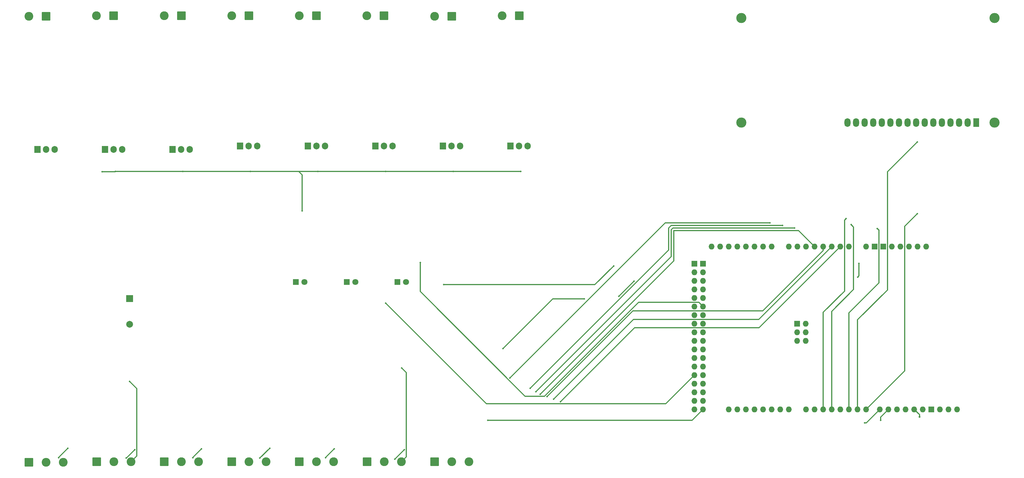
<source format=gbr>
%TF.GenerationSoftware,KiCad,Pcbnew,9.0.7*%
%TF.CreationDate,2026-01-24T11:24:44+03:00*%
%TF.ProjectId,greywater-fed hydroponic system,67726579-7761-4746-9572-2d6665642068,rev?*%
%TF.SameCoordinates,Original*%
%TF.FileFunction,Copper,L2,Bot*%
%TF.FilePolarity,Positive*%
%FSLAX46Y46*%
G04 Gerber Fmt 4.6, Leading zero omitted, Abs format (unit mm)*
G04 Created by KiCad (PCBNEW 9.0.7) date 2026-01-24 11:24:44*
%MOMM*%
%LPD*%
G01*
G04 APERTURE LIST*
G04 Aperture macros list*
%AMRoundRect*
0 Rectangle with rounded corners*
0 $1 Rounding radius*
0 $2 $3 $4 $5 $6 $7 $8 $9 X,Y pos of 4 corners*
0 Add a 4 corners polygon primitive as box body*
4,1,4,$2,$3,$4,$5,$6,$7,$8,$9,$2,$3,0*
0 Add four circle primitives for the rounded corners*
1,1,$1+$1,$2,$3*
1,1,$1+$1,$4,$5*
1,1,$1+$1,$6,$7*
1,1,$1+$1,$8,$9*
0 Add four rect primitives between the rounded corners*
20,1,$1+$1,$2,$3,$4,$5,0*
20,1,$1+$1,$4,$5,$6,$7,0*
20,1,$1+$1,$6,$7,$8,$9,0*
20,1,$1+$1,$8,$9,$2,$3,0*%
G04 Aperture macros list end*
%TA.AperFunction,ComponentPad*%
%ADD10R,2.000000X2.000000*%
%TD*%
%TA.AperFunction,ComponentPad*%
%ADD11C,2.000000*%
%TD*%
%TA.AperFunction,ComponentPad*%
%ADD12RoundRect,0.250000X-1.050000X-1.050000X1.050000X-1.050000X1.050000X1.050000X-1.050000X1.050000X0*%
%TD*%
%TA.AperFunction,ComponentPad*%
%ADD13C,2.600000*%
%TD*%
%TA.AperFunction,ComponentPad*%
%ADD14R,1.800000X1.800000*%
%TD*%
%TA.AperFunction,ComponentPad*%
%ADD15C,1.800000*%
%TD*%
%TA.AperFunction,ComponentPad*%
%ADD16RoundRect,0.250000X1.050000X1.050000X-1.050000X1.050000X-1.050000X-1.050000X1.050000X-1.050000X0*%
%TD*%
%TA.AperFunction,ComponentPad*%
%ADD17R,1.905000X2.000000*%
%TD*%
%TA.AperFunction,ComponentPad*%
%ADD18O,1.905000X2.000000*%
%TD*%
%TA.AperFunction,ComponentPad*%
%ADD19O,1.727200X1.727200*%
%TD*%
%TA.AperFunction,ComponentPad*%
%ADD20R,1.727200X1.727200*%
%TD*%
%TA.AperFunction,ComponentPad*%
%ADD21C,3.000000*%
%TD*%
%TA.AperFunction,ComponentPad*%
%ADD22R,1.800000X2.600000*%
%TD*%
%TA.AperFunction,ComponentPad*%
%ADD23O,1.800000X2.600000*%
%TD*%
%TA.AperFunction,ViaPad*%
%ADD24C,0.500000*%
%TD*%
%TA.AperFunction,ViaPad*%
%ADD25C,0.600000*%
%TD*%
%TA.AperFunction,Conductor*%
%ADD26C,0.300000*%
%TD*%
G04 APERTURE END LIST*
D10*
%TO.P,BZ1,1,+*%
%TO.N,Net-(BZ1-+)*%
X101750000Y-142200000D03*
D11*
%TO.P,BZ1,2,-*%
%TO.N,GND*%
X101750000Y-149800000D03*
%TD*%
D12*
%TO.P,J15,1,Pin_1*%
%TO.N,Net-(J10-Pin_1)*%
X71915000Y-190672500D03*
D13*
%TO.P,J15,2,Pin_2*%
%TO.N,Net-(J15-Pin_2)*%
X76995000Y-190672500D03*
%TO.P,J15,3,Pin_3*%
%TO.N,GND*%
X82075000Y-190672500D03*
%TD*%
D12*
%TO.P,J11,1,Pin_1*%
%TO.N,Net-(J10-Pin_1)*%
X152000000Y-190500000D03*
D13*
%TO.P,J11,2,Pin_2*%
%TO.N,Net-(J11-Pin_2)*%
X157080000Y-190500000D03*
%TO.P,J11,3,Pin_3*%
%TO.N,GND*%
X162160000Y-190500000D03*
%TD*%
D14*
%TO.P,D2,1,K*%
%TO.N,Net-(D2-K)*%
X150960000Y-137250000D03*
D15*
%TO.P,D2,2,A*%
%TO.N,Net-(D2-A)*%
X153500000Y-137250000D03*
%TD*%
D12*
%TO.P,J13,1,Pin_1*%
%TO.N,Net-(J10-Pin_1)*%
X112000000Y-190500000D03*
D13*
%TO.P,J13,2,Pin_2*%
%TO.N,Net-(J13-Pin_2)*%
X117080000Y-190500000D03*
%TO.P,J13,3,Pin_3*%
%TO.N,GND*%
X122160000Y-190500000D03*
%TD*%
D12*
%TO.P,J12,1,Pin_1*%
%TO.N,Net-(J10-Pin_1)*%
X132000000Y-190500000D03*
D13*
%TO.P,J12,2,Pin_2*%
%TO.N,Net-(J12-Pin_2)*%
X137080000Y-190500000D03*
%TO.P,J12,3,Pin_3*%
%TO.N,GND*%
X142160000Y-190500000D03*
%TD*%
D16*
%TO.P,J1,1,Pin_1*%
%TO.N,Net-(J1-Pin_1)*%
X77000000Y-58500000D03*
D13*
%TO.P,J1,2,Pin_2*%
%TO.N,+12V*%
X71920000Y-58500000D03*
%TD*%
D17*
%TO.P,Q1,1,G*%
%TO.N,Net-(Q1-G)*%
X74460000Y-97950000D03*
D18*
%TO.P,Q1,2,D*%
%TO.N,Net-(J1-Pin_1)*%
X77000000Y-97950000D03*
%TO.P,Q1,3,S*%
%TO.N,GND*%
X79540000Y-97950000D03*
%TD*%
D14*
%TO.P,D1,1,K*%
%TO.N,Net-(D1-K)*%
X166000000Y-137250000D03*
D15*
%TO.P,D1,2,A*%
%TO.N,Net-(D1-A)*%
X168540000Y-137250000D03*
%TD*%
D17*
%TO.P,Q7,1,G*%
%TO.N,Net-(Q7-G)*%
X194460000Y-96950000D03*
D18*
%TO.P,Q7,2,D*%
%TO.N,Net-(J7-Pin_1)*%
X197000000Y-96950000D03*
%TO.P,Q7,3,S*%
%TO.N,GND*%
X199540000Y-96950000D03*
%TD*%
D17*
%TO.P,Q5,1,G*%
%TO.N,Net-(Q5-G)*%
X154460000Y-96950000D03*
D18*
%TO.P,Q5,2,D*%
%TO.N,Net-(J5-Pin_1)*%
X157000000Y-96950000D03*
%TO.P,Q5,3,S*%
%TO.N,GND*%
X159540000Y-96950000D03*
%TD*%
D17*
%TO.P,Q6,1,G*%
%TO.N,Net-(Q6-G)*%
X174460000Y-96950000D03*
D18*
%TO.P,Q6,2,D*%
%TO.N,Net-(J6-Pin_1)*%
X177000000Y-96950000D03*
%TO.P,Q6,3,S*%
%TO.N,GND*%
X179540000Y-96950000D03*
%TD*%
D16*
%TO.P,J3,1,Pin_1*%
%TO.N,Net-(J3-Pin_1)*%
X117080000Y-58332500D03*
D13*
%TO.P,J3,2,Pin_2*%
%TO.N,+12V*%
X112000000Y-58332500D03*
%TD*%
D17*
%TO.P,Q2,1,G*%
%TO.N,Net-(Q2-G)*%
X94500000Y-98000000D03*
D18*
%TO.P,Q2,2,D*%
%TO.N,Net-(J2-Pin_1)*%
X97040000Y-98000000D03*
%TO.P,Q2,3,S*%
%TO.N,GND*%
X99580000Y-98000000D03*
%TD*%
D12*
%TO.P,J9,1,Pin_1*%
%TO.N,Net-(J10-Pin_1)*%
X192000000Y-190500000D03*
D13*
%TO.P,J9,2,Pin_2*%
%TO.N,Net-(J9-Pin_2)*%
X197080000Y-190500000D03*
%TO.P,J9,3,Pin_3*%
%TO.N,GND*%
X202160000Y-190500000D03*
%TD*%
D14*
%TO.P,D3,1,K*%
%TO.N,Net-(D3-K)*%
X180980000Y-137250000D03*
D15*
%TO.P,D3,2,A*%
%TO.N,Net-(D3-A)*%
X183520000Y-137250000D03*
%TD*%
D16*
%TO.P,J4,1,Pin_1*%
%TO.N,Net-(J4-Pin_1)*%
X137045000Y-58332500D03*
D13*
%TO.P,J4,2,Pin_2*%
%TO.N,+12V*%
X131965000Y-58332500D03*
%TD*%
D16*
%TO.P,J2,1,Pin_1*%
%TO.N,Net-(J2-Pin_1)*%
X97045000Y-58332500D03*
D13*
%TO.P,J2,2,Pin_2*%
%TO.N,+12V*%
X91965000Y-58332500D03*
%TD*%
D17*
%TO.P,Q4,1,G*%
%TO.N,Net-(Q4-G)*%
X134460000Y-96950000D03*
D18*
%TO.P,Q4,2,D*%
%TO.N,Net-(J4-Pin_1)*%
X137000000Y-96950000D03*
%TO.P,Q4,3,S*%
%TO.N,GND*%
X139540000Y-96950000D03*
%TD*%
D17*
%TO.P,Q3,1,G*%
%TO.N,Net-(Q3-G)*%
X114460000Y-97950000D03*
D18*
%TO.P,Q3,2,D*%
%TO.N,Net-(J3-Pin_1)*%
X117000000Y-97950000D03*
%TO.P,Q3,3,S*%
%TO.N,GND*%
X119540000Y-97950000D03*
%TD*%
D12*
%TO.P,J10,1,Pin_1*%
%TO.N,Net-(J10-Pin_1)*%
X172000000Y-190500000D03*
D13*
%TO.P,J10,2,Pin_2*%
%TO.N,Net-(J10-Pin_2)*%
X177080000Y-190500000D03*
%TO.P,J10,3,Pin_3*%
%TO.N,GND*%
X182160000Y-190500000D03*
%TD*%
D17*
%TO.P,Q8,1,G*%
%TO.N,Net-(Q8-G)*%
X214460000Y-96950000D03*
D18*
%TO.P,Q8,2,D*%
%TO.N,Net-(J8-Pin_1)*%
X217000000Y-96950000D03*
%TO.P,Q8,3,S*%
%TO.N,GND*%
X219540000Y-96950000D03*
%TD*%
D19*
%TO.P,A1,*%
%TO.N,*%
X337490000Y-126750000D03*
%TO.P,A1,3V3,3.3V*%
%TO.N,unconnected-(A1-3.3V-Pad3V3)*%
X329870000Y-126750000D03*
%TO.P,A1,5V1,5V*%
%TO.N,Net-(DS1-VDD)*%
X327330000Y-126750000D03*
%TO.P,A1,5V2,SPI_5V*%
%TO.N,unconnected-(A1-SPI_5V-Pad5V2)*%
X299263000Y-154690000D03*
%TO.P,A1,5V3,5V*%
%TO.N,Net-(J10-Pin_1)*%
X271450000Y-175010000D03*
%TO.P,A1,5V4,5V*%
%TO.N,unconnected-(A1-5V-Pad5V4)*%
X268910000Y-175010000D03*
%TO.P,A1,A0,A0*%
%TO.N,unconnected-(A1-PadA0)*%
X314630000Y-126750000D03*
%TO.P,A1,A1,A1*%
%TO.N,Net-(J9-Pin_2)*%
X312090000Y-126750000D03*
%TO.P,A1,A2,A2*%
%TO.N,Net-(J10-Pin_2)*%
X309550000Y-126750000D03*
%TO.P,A1,A3,A3*%
%TO.N,Net-(J11-Pin_2)*%
X307010000Y-126750000D03*
%TO.P,A1,A4,A4*%
%TO.N,Net-(J12-Pin_2)*%
X304470000Y-126750000D03*
%TO.P,A1,A5,A5*%
%TO.N,Net-(J13-Pin_2)*%
X301930000Y-126750000D03*
%TO.P,A1,A6,A6*%
%TO.N,unconnected-(A1-PadA6)*%
X299390000Y-126750000D03*
%TO.P,A1,A7,A7*%
%TO.N,Net-(J14-Pin_2)*%
X296850000Y-126750000D03*
%TO.P,A1,A8,A8*%
%TO.N,Net-(J15-Pin_2)*%
X291770000Y-126750000D03*
%TO.P,A1,A9,A9*%
%TO.N,unconnected-(A1-PadA9)*%
X289230000Y-126750000D03*
%TO.P,A1,A10,A10*%
%TO.N,unconnected-(A1-PadA10)*%
X286690000Y-126750000D03*
%TO.P,A1,A11,A11*%
%TO.N,unconnected-(A1-PadA11)*%
X284150000Y-126750000D03*
%TO.P,A1,A12,A12*%
%TO.N,unconnected-(A1-PadA12)*%
X281610000Y-126750000D03*
%TO.P,A1,A13,A13*%
%TO.N,unconnected-(A1-PadA13)*%
X279070000Y-126750000D03*
%TO.P,A1,A14,A14*%
%TO.N,unconnected-(A1-PadA14)*%
X276530000Y-126750000D03*
%TO.P,A1,A15,A15*%
%TO.N,unconnected-(A1-PadA15)*%
X273990000Y-126750000D03*
%TO.P,A1,AREF,AREF*%
%TO.N,unconnected-(A1-PadAREF)*%
X341554000Y-175010000D03*
%TO.P,A1,D0,D0/RX0*%
%TO.N,unconnected-(A1-D0{slash}RX0-PadD0)*%
X301930000Y-175010000D03*
%TO.P,A1,D1,D1/TX0*%
%TO.N,unconnected-(A1-D1{slash}TX0-PadD1)*%
X304470000Y-175010000D03*
%TO.P,A1,D2,D2_INT0*%
%TO.N,Net-(A1-D2_INT0)*%
X307010000Y-175010000D03*
%TO.P,A1,D3,D3_INT1*%
%TO.N,Net-(A1-D3_INT1)*%
X309550000Y-175010000D03*
%TO.P,A1,D4,D4*%
%TO.N,Net-(DS1-D5)*%
X312090000Y-175010000D03*
%TO.P,A1,D5,D5*%
%TO.N,Net-(DS1-D4)*%
X314630000Y-175010000D03*
%TO.P,A1,D6,D6*%
%TO.N,Net-(DS1-E)*%
X317170000Y-175010000D03*
%TO.P,A1,D7,D7*%
%TO.N,Net-(DS1-RS)*%
X319710000Y-175010000D03*
%TO.P,A1,D8,D8*%
%TO.N,Net-(A1-PadD8)*%
X323774000Y-175010000D03*
%TO.P,A1,D9,D9*%
%TO.N,Net-(A1-PadD9)*%
X326314000Y-175010000D03*
%TO.P,A1,D10,D10*%
%TO.N,unconnected-(A1-PadD10)*%
X328854000Y-175010000D03*
%TO.P,A1,D11,D11*%
%TO.N,unconnected-(A1-PadD11)*%
X331394000Y-175010000D03*
%TO.P,A1,D12,D12*%
%TO.N,Net-(A1-PadD12)*%
X333934000Y-175010000D03*
%TO.P,A1,D13,D13*%
%TO.N,Net-(A1-PadD13)*%
X336474000Y-175010000D03*
%TO.P,A1,D14,D14/TX3*%
%TO.N,unconnected-(A1-D14{slash}TX3-PadD14)*%
X296850000Y-175010000D03*
%TO.P,A1,D15,D15/RX3*%
%TO.N,unconnected-(A1-D15{slash}RX3-PadD15)*%
X294310000Y-175010000D03*
%TO.P,A1,D16,D16/TX2*%
%TO.N,unconnected-(A1-D16{slash}TX2-PadD16)*%
X291770000Y-175010000D03*
%TO.P,A1,D17,D17/RX2*%
%TO.N,unconnected-(A1-D17{slash}RX2-PadD17)*%
X289230000Y-175010000D03*
%TO.P,A1,D18,D18/TX1*%
%TO.N,unconnected-(A1-D18{slash}TX1-PadD18)*%
X286690000Y-175010000D03*
%TO.P,A1,D19,D19/RX1*%
%TO.N,unconnected-(A1-D19{slash}RX1-PadD19)*%
X284150000Y-175010000D03*
%TO.P,A1,D20,D20/SDA*%
%TO.N,unconnected-(A1-D20{slash}SDA-PadD20)*%
X281610000Y-175010000D03*
%TO.P,A1,D21,D21/SCL*%
%TO.N,unconnected-(A1-D21{slash}SCL-PadD21)*%
X279070000Y-175010000D03*
%TO.P,A1,D22,D22*%
%TO.N,Net-(A1-PadD22)*%
X271450000Y-172470000D03*
%TO.P,A1,D23,D23*%
%TO.N,Net-(A1-PadD23)*%
X268910000Y-172470000D03*
%TO.P,A1,D24,D24*%
%TO.N,Net-(A1-PadD24)*%
X271450000Y-169930000D03*
%TO.P,A1,D25,D25*%
%TO.N,unconnected-(A1-PadD25)*%
X268910000Y-169930000D03*
%TO.P,A1,D26,D26*%
%TO.N,unconnected-(A1-PadD26)*%
X271450000Y-167390000D03*
%TO.P,A1,D27,D27*%
%TO.N,unconnected-(A1-PadD27)*%
X268910000Y-167390000D03*
%TO.P,A1,D28,D28*%
%TO.N,unconnected-(A1-PadD28)*%
X271450000Y-164850000D03*
%TO.P,A1,D29,D29*%
%TO.N,Net-(D1-A)*%
X268910000Y-164850000D03*
%TO.P,A1,D30,D30*%
%TO.N,Net-(A1-PadD30)*%
X271450000Y-162310000D03*
%TO.P,A1,D31,D31*%
%TO.N,unconnected-(A1-PadD31)*%
X268910000Y-162310000D03*
%TO.P,A1,D32,D32*%
%TO.N,unconnected-(A1-PadD32)*%
X271450000Y-159770000D03*
%TO.P,A1,D33,D33*%
%TO.N,unconnected-(A1-PadD33)*%
X268910000Y-159770000D03*
%TO.P,A1,D34,D34*%
%TO.N,unconnected-(A1-PadD34)*%
X271450000Y-157230000D03*
%TO.P,A1,D35,D35*%
%TO.N,unconnected-(A1-PadD35)*%
X268910000Y-157230000D03*
%TO.P,A1,D36,D36*%
%TO.N,unconnected-(A1-PadD36)*%
X271450000Y-154690000D03*
%TO.P,A1,D37,D37*%
%TO.N,unconnected-(A1-PadD37)*%
X268910000Y-154690000D03*
%TO.P,A1,D38,D38*%
%TO.N,unconnected-(A1-PadD38)*%
X271450000Y-152150000D03*
%TO.P,A1,D39,D39*%
%TO.N,unconnected-(A1-PadD39)*%
X268910000Y-152150000D03*
%TO.P,A1,D40,D40*%
%TO.N,unconnected-(A1-PadD40)*%
X271450000Y-149610000D03*
%TO.P,A1,D41,D41*%
%TO.N,unconnected-(A1-PadD41)*%
X268910000Y-149610000D03*
%TO.P,A1,D42,D42*%
%TO.N,unconnected-(A1-PadD42)*%
X271450000Y-147070000D03*
%TO.P,A1,D43,D43*%
%TO.N,unconnected-(A1-PadD43)*%
X268910000Y-147070000D03*
%TO.P,A1,D44,D44*%
%TO.N,Net-(D2-A)*%
X271450000Y-144530000D03*
%TO.P,A1,D45,D45*%
%TO.N,Net-(D3-A)*%
X268910000Y-144530000D03*
%TO.P,A1,D46,D46*%
%TO.N,Net-(BZ1-+)*%
X271450000Y-141990000D03*
%TO.P,A1,D47,D47*%
%TO.N,unconnected-(A1-PadD47)*%
X268910000Y-141990000D03*
%TO.P,A1,D48,D48*%
%TO.N,unconnected-(A1-PadD48)*%
X271450000Y-139450000D03*
%TO.P,A1,D49,D49*%
%TO.N,unconnected-(A1-PadD49)*%
X268910000Y-139450000D03*
%TO.P,A1,D50,D50_MISO*%
%TO.N,unconnected-(A1-D50_MISO-PadD50)*%
X271450000Y-136910000D03*
%TO.P,A1,D51,D51_MOSI*%
%TO.N,unconnected-(A1-D51_MOSI-PadD51)*%
X268910000Y-136910000D03*
%TO.P,A1,D52,D52_SCK*%
%TO.N,unconnected-(A1-D52_SCK-PadD52)*%
X271450000Y-134370000D03*
%TO.P,A1,D53,D53_CS*%
%TO.N,unconnected-(A1-D53_CS-PadD53)*%
X268910000Y-134370000D03*
D20*
%TO.P,A1,GND1,GND*%
%TO.N,GND*%
X339014000Y-175010000D03*
%TO.P,A1,GND2,GND*%
X324790000Y-126750000D03*
%TO.P,A1,GND3,GND*%
X322250000Y-126750000D03*
%TO.P,A1,GND4,SPI_GND*%
%TO.N,unconnected-(A1-SPI_GND-PadGND4)*%
X299263000Y-149610000D03*
%TO.P,A1,GND5,GND*%
%TO.N,GND*%
X271450000Y-131830000D03*
%TO.P,A1,GND6,GND*%
X268910000Y-131830000D03*
D19*
%TO.P,A1,IORF,IOREF*%
%TO.N,unconnected-(A1-IOREF-PadIORF)*%
X334950000Y-126750000D03*
%TO.P,A1,MISO,SPI_MISO*%
%TO.N,unconnected-(A1-SPI_MISO-PadMISO)*%
X301803000Y-154690000D03*
%TO.P,A1,MOSI,SPI_MOSI*%
%TO.N,unconnected-(A1-SPI_MOSI-PadMOSI)*%
X299263000Y-152150000D03*
%TO.P,A1,RST1,RESET*%
%TO.N,unconnected-(A1-RESET-PadRST1)*%
X332410000Y-126750000D03*
%TO.P,A1,RST2,SPI_RESET*%
%TO.N,unconnected-(A1-SPI_RESET-PadRST2)*%
X301803000Y-149610000D03*
%TO.P,A1,SCK,SPI_SCK*%
%TO.N,unconnected-(A1-SPI_SCK-PadSCK)*%
X301803000Y-152150000D03*
%TO.P,A1,SCL,SCL*%
%TO.N,unconnected-(A1-PadSCL)*%
X346634000Y-175010000D03*
%TO.P,A1,SDA,SDA*%
%TO.N,unconnected-(A1-PadSDA)*%
X344094000Y-175010000D03*
%TO.P,A1,VIN,VIN*%
%TO.N,+12V*%
X319710000Y-126750000D03*
%TD*%
D16*
%TO.P,J8,1,Pin_1*%
%TO.N,Net-(J8-Pin_1)*%
X217045000Y-58332500D03*
D13*
%TO.P,J8,2,Pin_2*%
%TO.N,+12V*%
X211965000Y-58332500D03*
%TD*%
D16*
%TO.P,J7,1,Pin_1*%
%TO.N,Net-(J7-Pin_1)*%
X197080000Y-58500000D03*
D13*
%TO.P,J7,2,Pin_2*%
%TO.N,+12V*%
X192000000Y-58500000D03*
%TD*%
D12*
%TO.P,J14,1,Pin_1*%
%TO.N,Net-(J10-Pin_1)*%
X92000000Y-190500000D03*
D13*
%TO.P,J14,2,Pin_2*%
%TO.N,Net-(J14-Pin_2)*%
X97080000Y-190500000D03*
%TO.P,J14,3,Pin_3*%
%TO.N,GND*%
X102160000Y-190500000D03*
%TD*%
D16*
%TO.P,J6,1,Pin_1*%
%TO.N,Net-(J6-Pin_1)*%
X177045000Y-58332500D03*
D13*
%TO.P,J6,2,Pin_2*%
%TO.N,+12V*%
X171965000Y-58332500D03*
%TD*%
D16*
%TO.P,J5,1,Pin_1*%
%TO.N,Net-(J5-Pin_1)*%
X157045000Y-58332500D03*
D13*
%TO.P,J5,2,Pin_2*%
%TO.N,+12V*%
X151965000Y-58332500D03*
%TD*%
D21*
%TO.P,DS1,*%
%TO.N,*%
X357739100Y-90000000D03*
X357739100Y-58999300D03*
X282740520Y-58999300D03*
X282740000Y-90000000D03*
D22*
%TO.P,DS1,1,VSS*%
%TO.N,GND*%
X352240000Y-90000000D03*
D23*
%TO.P,DS1,2,VDD*%
%TO.N,Net-(DS1-VDD)*%
X349700000Y-90000000D03*
%TO.P,DS1,3,VO*%
%TO.N,unconnected-(DS1-VO-Pad3)*%
X347160000Y-90000000D03*
%TO.P,DS1,4,RS*%
%TO.N,Net-(DS1-RS)*%
X344620000Y-90000000D03*
%TO.P,DS1,5,R/W*%
%TO.N,GND*%
X342080000Y-90000000D03*
%TO.P,DS1,6,E*%
%TO.N,Net-(DS1-E)*%
X339540000Y-90000000D03*
%TO.P,DS1,7,D0*%
%TO.N,unconnected-(DS1-D0-Pad7)*%
X337000000Y-90000000D03*
%TO.P,DS1,8,D1*%
%TO.N,unconnected-(DS1-D1-Pad8)*%
X334460000Y-90000000D03*
%TO.P,DS1,9,D2*%
%TO.N,unconnected-(DS1-D2-Pad9)*%
X331920000Y-90000000D03*
%TO.P,DS1,10,D3*%
%TO.N,unconnected-(DS1-D3-Pad10)*%
X329380000Y-90000000D03*
%TO.P,DS1,11,D4*%
%TO.N,Net-(DS1-D4)*%
X326840000Y-90000000D03*
%TO.P,DS1,12,D5*%
%TO.N,Net-(DS1-D5)*%
X324300000Y-90000000D03*
%TO.P,DS1,13,D6*%
%TO.N,Net-(A1-D3_INT1)*%
X321760000Y-90000000D03*
%TO.P,DS1,14,D7*%
%TO.N,Net-(A1-D2_INT0)*%
X319220000Y-90000000D03*
%TO.P,DS1,15,LED(+)*%
%TO.N,unconnected-(DS1-LED(+)-Pad15)*%
X316680000Y-90000000D03*
%TO.P,DS1,16,LED(-)*%
%TO.N,unconnected-(DS1-LED(-)-Pad16)*%
X314140000Y-90000000D03*
%TD*%
D24*
%TO.N,GND*%
X157500000Y-104500000D03*
X152800000Y-116200000D03*
X217500000Y-104500000D03*
X197500000Y-104500000D03*
X177500000Y-104500000D03*
X137500000Y-104500000D03*
X117500000Y-104500000D03*
X97500000Y-104500000D03*
X93600000Y-104600000D03*
%TO.N,Net-(DS1-RS)*%
X334800000Y-117000000D03*
%TO.N,Net-(DS1-E)*%
X334800000Y-95800000D03*
%TO.N,Net-(DS1-D4)*%
X323000000Y-121400000D03*
%TO.N,Net-(DS1-D5)*%
X317600000Y-131800000D03*
X317200000Y-135800000D03*
%TO.N,Net-(A1-D3_INT1)*%
X315250000Y-120250000D03*
%TO.N,Net-(A1-D2_INT0)*%
X313750000Y-118500000D03*
%TO.N,Net-(BZ1-+)*%
X251000000Y-137000000D03*
X246500000Y-141500000D03*
X236250000Y-142250000D03*
X212250000Y-157000000D03*
%TO.N,Net-(D2-A)*%
X187750000Y-131500000D03*
%TO.N,Net-(D1-A)*%
X177500000Y-143500000D03*
%TO.N,Net-(D3-A)*%
X194700735Y-138049265D03*
X245000000Y-132500000D03*
%TO.N,GND*%
X101750000Y-166750000D03*
X182250000Y-162750000D03*
%TO.N,Net-(J10-Pin_1)*%
X207750000Y-178250000D03*
%TO.N,Net-(J15-Pin_2)*%
X291250000Y-119750000D03*
X214250000Y-165750000D03*
X83500000Y-186500000D03*
X80750000Y-189300000D03*
%TO.N,Net-(J14-Pin_2)*%
X295000000Y-120500000D03*
X220250000Y-168750000D03*
X103250000Y-187000000D03*
X100750000Y-189449000D03*
%TO.N,Net-(J13-Pin_2)*%
X298500000Y-121250000D03*
X120500000Y-189300000D03*
X123000000Y-186750000D03*
X222000000Y-169750000D03*
%TO.N,Net-(J12-Pin_2)*%
X143250000Y-186500000D03*
X223250000Y-170500000D03*
X140250000Y-189449000D03*
%TO.N,Net-(J11-Pin_2)*%
X225250000Y-171250000D03*
X159750000Y-189300000D03*
X162250000Y-186750000D03*
%TO.N,Net-(J10-Pin_2)*%
X183000000Y-187000000D03*
X227250000Y-172000000D03*
X180250000Y-189750000D03*
%TO.N,Net-(J9-Pin_2)*%
X229250000Y-172750000D03*
%TO.N,Net-(A1-PadD8)*%
X319250000Y-179000000D03*
%TO.N,Net-(A1-PadD9)*%
X324000000Y-178250000D03*
D25*
%TO.N,Net-(A1-PadD12)*%
X335500000Y-177250000D03*
%TD*%
D26*
%TO.N,GND*%
X152800000Y-116200000D02*
X152800000Y-105500000D01*
X151800000Y-104500000D02*
X157500000Y-104500000D01*
X152800000Y-105500000D02*
X151800000Y-104500000D01*
X197500000Y-104500000D02*
X217500000Y-104500000D01*
X177500000Y-104500000D02*
X197500000Y-104500000D01*
X157500000Y-104500000D02*
X177500000Y-104500000D01*
X137500000Y-104500000D02*
X151800000Y-104500000D01*
X117500000Y-104500000D02*
X137500000Y-104500000D01*
X97500000Y-104500000D02*
X117500000Y-104500000D01*
X93600000Y-104600000D02*
X97400000Y-104600000D01*
X97400000Y-104600000D02*
X97500000Y-104500000D01*
%TO.N,Net-(DS1-RS)*%
X331084600Y-163635400D02*
X319710000Y-175010000D01*
X331084600Y-120715400D02*
X331084600Y-163635400D01*
X334800000Y-117000000D02*
X331084600Y-120715400D01*
%TO.N,Net-(DS1-E)*%
X326004600Y-139595400D02*
X317170000Y-148430000D01*
X326004600Y-104595400D02*
X326004600Y-139595400D01*
X334800000Y-95800000D02*
X326004600Y-104595400D01*
X317170000Y-148430000D02*
X317170000Y-175010000D01*
%TO.N,Net-(DS1-D4)*%
X314630000Y-146370000D02*
X314630000Y-175010000D01*
X323464600Y-137535400D02*
X314630000Y-146370000D01*
X323464600Y-121864600D02*
X323464600Y-137535400D01*
X323000000Y-121400000D02*
X323464600Y-121864600D01*
%TO.N,Net-(DS1-D5)*%
X317600000Y-135400000D02*
X317200000Y-135800000D01*
X317600000Y-131800000D02*
X317600000Y-135400000D01*
%TO.N,Net-(A1-D3_INT1)*%
X309550000Y-145950000D02*
X309550000Y-175010000D01*
X316000000Y-139500000D02*
X309550000Y-145950000D01*
X316000000Y-121000000D02*
X316000000Y-139500000D01*
X315250000Y-120250000D02*
X316000000Y-121000000D01*
%TO.N,Net-(A1-D2_INT0)*%
X307010000Y-146240000D02*
X307010000Y-175010000D01*
X313750000Y-118500000D02*
X313304600Y-118945400D01*
X313304600Y-139945400D02*
X307010000Y-146240000D01*
X313304600Y-118945400D02*
X313304600Y-139945400D01*
%TO.N,Net-(BZ1-+)*%
X246500000Y-141500000D02*
X251000000Y-137000000D01*
X227000000Y-142250000D02*
X236250000Y-142250000D01*
X212250000Y-157000000D02*
X227000000Y-142250000D01*
%TO.N,Net-(D2-A)*%
X270235400Y-143315400D02*
X271450000Y-144530000D01*
X252334657Y-143315400D02*
X270235400Y-143315400D01*
X224549057Y-171101000D02*
X252334657Y-143315400D01*
X218751057Y-171101000D02*
X224549057Y-171101000D01*
X187750000Y-140099943D02*
X218751057Y-171101000D01*
X187750000Y-131500000D02*
X187750000Y-140099943D01*
%TO.N,Net-(D1-A)*%
X177500000Y-143500000D02*
X207351000Y-173351000D01*
X260409000Y-173351000D02*
X268910000Y-164850000D01*
X207351000Y-173351000D02*
X260409000Y-173351000D01*
%TO.N,Net-(D3-A)*%
X194700735Y-138049265D02*
X239450735Y-138049265D01*
X239450735Y-138049265D02*
X245000000Y-132500000D01*
%TO.N,GND*%
X103851000Y-188809000D02*
X102160000Y-190500000D01*
X103851000Y-168851000D02*
X103851000Y-188809000D01*
X101750000Y-166750000D02*
X103851000Y-168851000D01*
X182250000Y-162750000D02*
X183601000Y-164101000D01*
X183601000Y-164101000D02*
X183601000Y-189059000D01*
X183601000Y-189059000D02*
X182160000Y-190500000D01*
%TO.N,Net-(J10-Pin_1)*%
X207750000Y-178250000D02*
X268210000Y-178250000D01*
X268210000Y-178250000D02*
X271450000Y-175010000D01*
%TO.N,Net-(J15-Pin_2)*%
X260250000Y-119750000D02*
X291250000Y-119750000D01*
X214250000Y-165750000D02*
X260250000Y-119750000D01*
X80750000Y-189250000D02*
X83500000Y-186500000D01*
X80750000Y-189300000D02*
X80750000Y-189250000D01*
%TO.N,Net-(J14-Pin_2)*%
X261250000Y-121250000D02*
X262000000Y-120500000D01*
X261250000Y-127750000D02*
X261250000Y-121250000D01*
X262000000Y-120500000D02*
X295000000Y-120500000D01*
X100801000Y-189449000D02*
X103250000Y-187000000D01*
X220250000Y-168750000D02*
X261250000Y-127750000D01*
X100750000Y-189449000D02*
X100801000Y-189449000D01*
%TO.N,Net-(J13-Pin_2)*%
X262500000Y-121250000D02*
X298500000Y-121250000D01*
X262000000Y-121750000D02*
X262500000Y-121250000D01*
X222000000Y-169750000D02*
X262000000Y-129750000D01*
X120500000Y-189250000D02*
X123000000Y-186750000D01*
X120500000Y-189300000D02*
X120500000Y-189250000D01*
X262000000Y-129750000D02*
X262000000Y-121750000D01*
%TO.N,Net-(J12-Pin_2)*%
X299720000Y-122000000D02*
X304470000Y-126750000D01*
X262750000Y-122000000D02*
X299720000Y-122000000D01*
X262750000Y-131000000D02*
X262750000Y-122000000D01*
X223250000Y-170500000D02*
X262750000Y-131000000D01*
X140250000Y-189449000D02*
X140301000Y-189449000D01*
X140301000Y-189449000D02*
X143250000Y-186500000D01*
%TO.N,Net-(J11-Pin_2)*%
X307010000Y-127971314D02*
X307010000Y-126750000D01*
X289125914Y-145855400D02*
X307010000Y-127971314D01*
X250644600Y-145855400D02*
X289125914Y-145855400D01*
X159750000Y-189250000D02*
X162250000Y-186750000D01*
X159750000Y-189300000D02*
X159750000Y-189250000D01*
X225250000Y-171250000D02*
X250644600Y-145855400D01*
%TO.N,Net-(J10-Pin_2)*%
X287904600Y-148395400D02*
X309550000Y-126750000D01*
X250854600Y-148395400D02*
X287904600Y-148395400D01*
X227250000Y-172000000D02*
X250854600Y-148395400D01*
X180250000Y-189750000D02*
X183000000Y-187000000D01*
%TO.N,Net-(J9-Pin_2)*%
X251175400Y-150824600D02*
X288015400Y-150824600D01*
X288015400Y-150824600D02*
X312090000Y-126750000D01*
X229250000Y-172750000D02*
X251175400Y-150824600D01*
%TO.N,Net-(A1-PadD8)*%
X319784000Y-179000000D02*
X323774000Y-175010000D01*
X319250000Y-179000000D02*
X319784000Y-179000000D01*
%TO.N,Net-(A1-PadD9)*%
X324000000Y-178250000D02*
X324000000Y-177324000D01*
X324000000Y-177324000D02*
X326314000Y-175010000D01*
%TO.N,Net-(A1-PadD12)*%
X335500000Y-177250000D02*
X335500000Y-176576000D01*
X335500000Y-176576000D02*
X333934000Y-175010000D01*
%TD*%
M02*

</source>
